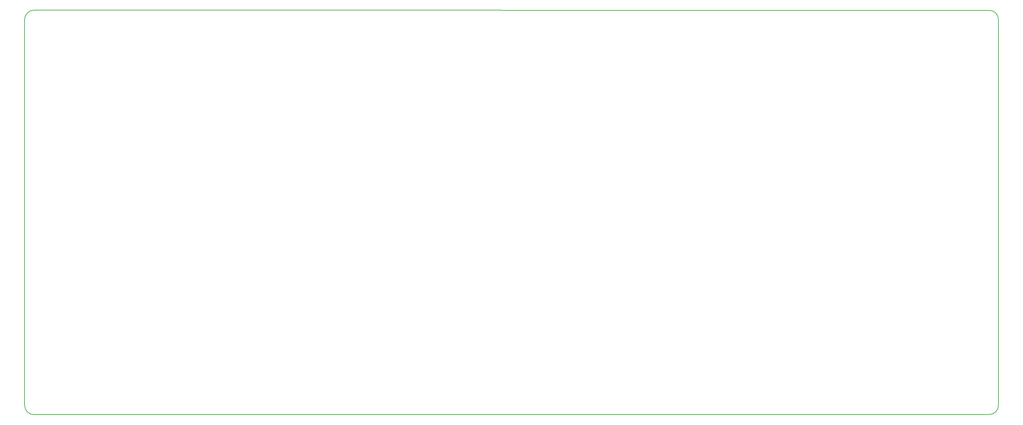
<source format=gbr>
G04 #@! TF.GenerationSoftware,KiCad,Pcbnew,(5.1.5)-3*
G04 #@! TF.CreationDate,2021-02-13T23:02:18-06:00*
G04 #@! TF.ProjectId,SinclairSpectrumKeyboard,53696e63-6c61-4697-9253-706563747275,rev?*
G04 #@! TF.SameCoordinates,Original*
G04 #@! TF.FileFunction,Profile,NP*
%FSLAX46Y46*%
G04 Gerber Fmt 4.6, Leading zero omitted, Abs format (unit mm)*
G04 Created by KiCad (PCBNEW (5.1.5)-3) date 2021-02-13 23:02:18*
%MOMM*%
%LPD*%
G04 APERTURE LIST*
%ADD10C,0.150000*%
G04 APERTURE END LIST*
D10*
X304100000Y-101740000D02*
X304095000Y-208260000D01*
X35300000Y-101700000D02*
X35306000Y-208026000D01*
X37840000Y-99160000D02*
G75*
G03X35300000Y-101700000I0J-2540000D01*
G01*
X301560000Y-99200000D02*
X298400000Y-99200000D01*
X37840000Y-99160000D02*
X298400000Y-99200000D01*
X35306000Y-208026000D02*
X35306000Y-208280000D01*
X45720000Y-210820000D02*
X37846000Y-210820000D01*
X304100000Y-101740000D02*
G75*
G03X301560000Y-99200000I-2540000J0D01*
G01*
X301555000Y-210800000D02*
X45720000Y-210820000D01*
X301555000Y-210800000D02*
G75*
G03X304095000Y-208260000I0J2540000D01*
G01*
X35306000Y-208280000D02*
G75*
G03X37846000Y-210820000I2540000J0D01*
G01*
M02*

</source>
